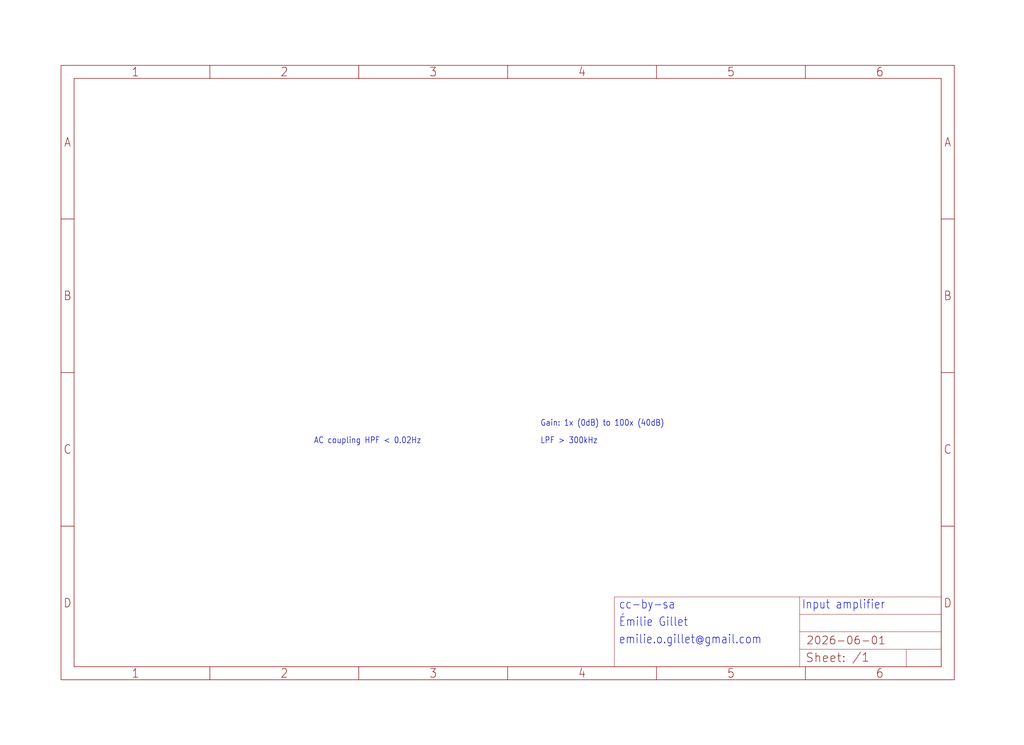
<source format=kicad_sch>
(kicad_sch (version 20230121) (generator eeschema)
  (paper "User" 298.45 217.17)
  (lib_symbols
    (symbol "mikrophonie_v2_panel-eagle-import:A4L-LOC"
      (symbol "A4L-LOC_1_0"
        (polyline (pts (xy 0 44.7675) (xy 3.81 44.7675)))
        (polyline (pts (xy 0 89.535) (xy 3.81 89.535)))
        (polyline (pts (xy 0 134.3025) (xy 3.81 134.3025)))
        (polyline (pts (xy 3.81 3.81) (xy 3.81 175.26)))
        (polyline (pts (xy 43.3917 0) (xy 43.3917 3.81)))
        (polyline (pts (xy 43.3917 175.26) (xy 43.3917 179.07)))
        (polyline (pts (xy 86.7833 0) (xy 86.7833 3.81)))
        (polyline (pts (xy 86.7833 175.26) (xy 86.7833 179.07)))
        (polyline (pts (xy 130.175 0) (xy 130.175 3.81)))
        (polyline (pts (xy 130.175 175.26) (xy 130.175 179.07)))
        (polyline (pts (xy 161.29 3.81) (xy 161.29 24.13)) (stroke (width 0.1016)))
        (polyline (pts (xy 161.29 24.13) (xy 215.265 24.13)) (stroke (width 0.1016)))
        (polyline (pts (xy 173.5667 0) (xy 173.5667 3.81)))
        (polyline (pts (xy 173.5667 175.26) (xy 173.5667 179.07)))
        (polyline (pts (xy 215.265 8.89) (xy 215.265 3.81)) (stroke (width 0.1016)))
        (polyline (pts (xy 215.265 8.89) (xy 215.265 13.97)) (stroke (width 0.1016)))
        (polyline (pts (xy 215.265 13.97) (xy 215.265 19.05)) (stroke (width 0.1016)))
        (polyline (pts (xy 215.265 13.97) (xy 256.54 13.97)) (stroke (width 0.1016)))
        (polyline (pts (xy 215.265 19.05) (xy 215.265 24.13)) (stroke (width 0.1016)))
        (polyline (pts (xy 215.265 19.05) (xy 256.54 19.05)) (stroke (width 0.1016)))
        (polyline (pts (xy 215.265 24.13) (xy 256.54 24.13)) (stroke (width 0.1016)))
        (polyline (pts (xy 216.9583 0) (xy 216.9583 3.81)))
        (polyline (pts (xy 216.9583 175.26) (xy 216.9583 179.07)))
        (polyline (pts (xy 246.38 3.81) (xy 246.38 8.89)) (stroke (width 0.1016)))
        (polyline (pts (xy 246.38 8.89) (xy 215.265 8.89)) (stroke (width 0.1016)))
        (polyline (pts (xy 246.38 8.89) (xy 256.54 8.89)) (stroke (width 0.1016)))
        (polyline (pts (xy 256.54 3.81) (xy 3.81 3.81)))
        (polyline (pts (xy 256.54 3.81) (xy 256.54 8.89)) (stroke (width 0.1016)))
        (polyline (pts (xy 256.54 3.81) (xy 256.54 175.26)))
        (polyline (pts (xy 256.54 8.89) (xy 256.54 13.97)) (stroke (width 0.1016)))
        (polyline (pts (xy 256.54 13.97) (xy 256.54 19.05)) (stroke (width 0.1016)))
        (polyline (pts (xy 256.54 19.05) (xy 256.54 24.13)) (stroke (width 0.1016)))
        (polyline (pts (xy 256.54 44.7675) (xy 260.35 44.7675)))
        (polyline (pts (xy 256.54 89.535) (xy 260.35 89.535)))
        (polyline (pts (xy 256.54 134.3025) (xy 260.35 134.3025)))
        (polyline (pts (xy 256.54 175.26) (xy 3.81 175.26)))
        (polyline (pts (xy 0 0) (xy 260.35 0) (xy 260.35 179.07) (xy 0 179.07) (xy 0 0)))
        (text "${#}/${##}" (at 230.505 5.08 0) (effects (font (size 2.54 2.54)) (justify left bottom)))
        (text "${CURRENT_DATE}" (at 217.17 10.16 0) (effects (font (size 2.286 2.286)) (justify left bottom)))
        (text "${PROJECTNAME}" (at 217.17 15.24 0) (effects (font (size 2.54 2.54)) (justify left bottom)))
        (text "1" (at 21.6958 1.905 0) (effects (font (size 2.54 2.286))))
        (text "1" (at 21.6958 177.165 0) (effects (font (size 2.54 2.286))))
        (text "2" (at 65.0875 1.905 0) (effects (font (size 2.54 2.286))))
        (text "2" (at 65.0875 177.165 0) (effects (font (size 2.54 2.286))))
        (text "3" (at 108.4792 1.905 0) (effects (font (size 2.54 2.286))))
        (text "3" (at 108.4792 177.165 0) (effects (font (size 2.54 2.286))))
        (text "4" (at 151.8708 1.905 0) (effects (font (size 2.54 2.286))))
        (text "4" (at 151.8708 177.165 0) (effects (font (size 2.54 2.286))))
        (text "5" (at 195.2625 1.905 0) (effects (font (size 2.54 2.286))))
        (text "5" (at 195.2625 177.165 0) (effects (font (size 2.54 2.286))))
        (text "6" (at 238.6542 1.905 0) (effects (font (size 2.54 2.286))))
        (text "6" (at 238.6542 177.165 0) (effects (font (size 2.54 2.286))))
        (text "A" (at 1.905 156.6863 0) (effects (font (size 2.54 2.286))))
        (text "A" (at 258.445 156.6863 0) (effects (font (size 2.54 2.286))))
        (text "B" (at 1.905 111.9188 0) (effects (font (size 2.54 2.286))))
        (text "B" (at 258.445 111.9188 0) (effects (font (size 2.54 2.286))))
        (text "C" (at 1.905 67.1513 0) (effects (font (size 2.54 2.286))))
        (text "C" (at 258.445 67.1513 0) (effects (font (size 2.54 2.286))))
        (text "D" (at 1.905 22.3838 0) (effects (font (size 2.54 2.286))))
        (text "D" (at 258.445 22.3838 0) (effects (font (size 2.54 2.286))))
        (text "Sheet:" (at 216.916 4.953 0) (effects (font (size 2.54 2.54)) (justify left bottom)))
      )
    )
  )
  (text "AC coupling HPF < 0.02Hz" (at 91.44 129.54 0) (effects (font (size 1.778 1.5113)) (justify left bottom)))
  (text "Émilie Gillet" (at 180.34 182.88 0) (effects (font (size 2.54 2.159)) (justify left bottom)))
  (text "Input amplifier" (at 233.68 177.8 0) (effects (font (size 2.54 2.159)) (justify left bottom)))
  (text "LPF > 300kHz" (at 157.48 129.54 0) (effects (font (size 1.778 1.5113)) (justify left bottom)))
  (text "emilie.o.gillet@gmail.com" (at 180.34 187.96 0) (effects (font (size 2.54 2.159)) (justify left bottom)))
  (text "Gain: 1x (0dB) to 100x (40dB)" (at 157.48 124.46 0) (effects (font (size 1.778 1.5113)) (justify left bottom)))
  (text "cc-by-sa" (at 180.34 177.8 0) (effects (font (size 2.54 2.159)) (justify left bottom)))
  (symbol (lib_id "mikrophonie_v2_panel-eagle-import:A4L-LOC") (at 17.78 198.12 0) (unit 1)
    (property "Reference" "#FRAME5" (effects hide))
    (property "Value" "A4L-LOC" (effects hide))
  )
)
</source>
